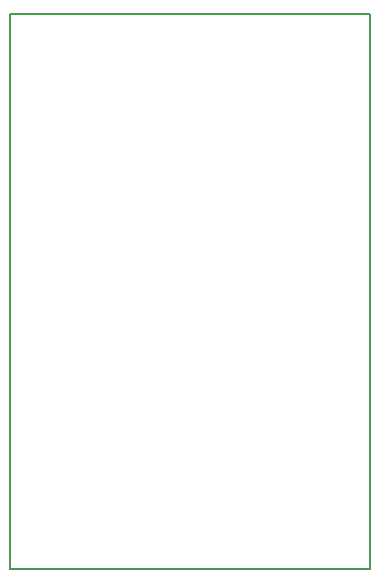
<source format=gm1>
G04 (created by PCBNEW (2013-jul-07)-stable) date Di 21 Apr 2015 15:39:39 CEST*
%MOIN*%
G04 Gerber Fmt 3.4, Leading zero omitted, Abs format*
%FSLAX34Y34*%
G01*
G70*
G90*
G04 APERTURE LIST*
%ADD10C,0.00590551*%
G04 APERTURE END LIST*
G54D10*
X23500Y-20000D02*
X23500Y-38500D01*
X35500Y-20000D02*
X23500Y-20000D01*
X35500Y-38500D02*
X35500Y-20000D01*
X23500Y-38500D02*
X35500Y-38500D01*
M02*

</source>
